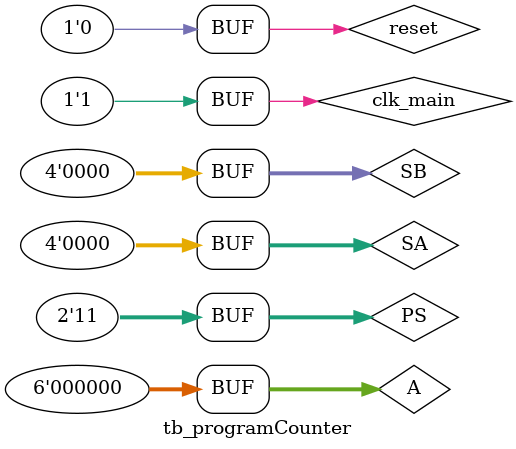
<source format=v>
`timescale 1ns / 1ps


module tb_programCounter;

	// Inputs
	reg [5:0] A;
	reg [3:0] SA;
	reg [3:0] SB;
	reg [1:0] PS;
	reg clk_main;
	reg reset;

	// Outputs
	wire [5:0] PC;

	// Instantiate the Unit Under Test (UUT)
	programCounter uut (
		.A(A), 
		.SA(SA), 
		.SB(SB), 
		.PS(PS), 
		.clk_main(clk_main), 
		.reset(reset), 
		.PC(PC)
	);

	initial begin
		// Initialize Inputs
		A = 0;
		SA = 0;
		SB = 0;
		clk_main = 0;
		reset = 1;

		// Wait 100 ns for global reset to finish
		#100;
		
		clk_main = 1;
		#100;
		
		// Add stimulus here
		clk_main = 0;
		reset = 0;
		PS = 00;
		#100;
		
		clk_main = 1;
		#100;
		
		clk_main = 0;
		PS = 01;
		#100;
		
		clk_main = 1;
		#100;
		
		clk_main = 0;
		PS = 10;
		#100;
		
		clk_main = 1;
		#100;

		clk_main = 0;
		PS = 11;
		#100;
		
		clk_main = 1;
		#100;
	end
      
endmodule


</source>
